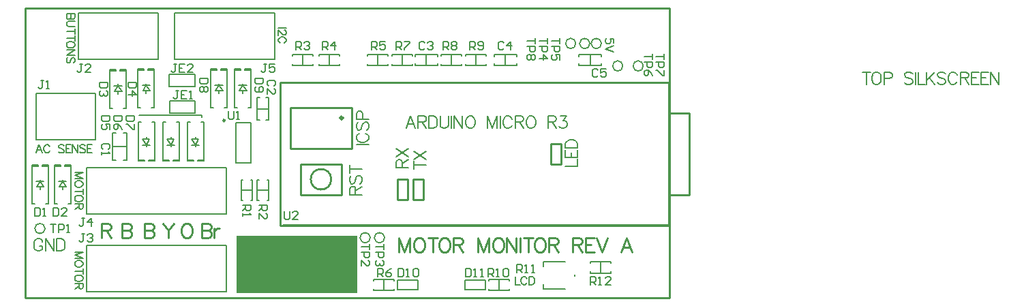
<source format=gto>
G04 Layer_Color=65535*
%FSLAX43Y43*%
%MOMM*%
G71*
G01*
G75*
%ADD23C,0.254*%
%ADD28C,0.178*%
%ADD36C,0.127*%
%ADD37C,0.250*%
%ADD38C,0.305*%
%ADD39C,0.200*%
%ADD40C,0.150*%
G36*
X111252Y49784D02*
X111252Y42628D01*
X96282Y42628D01*
X96282Y49784D01*
X111252Y49784D01*
D02*
G37*
D23*
X108060Y56785D02*
G03*
X108060Y56785I-1270J0D01*
G01*
X102980Y60595D02*
X110600D01*
Y65675D01*
X102980D02*
X110600D01*
X102980Y60595D02*
Y65675D01*
X104250Y54880D02*
X109330D01*
Y58690D01*
X104250D02*
X109330D01*
X104250Y54880D02*
Y58690D01*
X101710Y51070D02*
X149970D01*
Y68850D01*
X101710D02*
X149970D01*
X101710Y51070D02*
Y68850D01*
X149970Y54880D02*
X152510D01*
Y65040D01*
X149970D02*
X152510D01*
X116315Y54245D02*
Y56785D01*
Y54245D02*
X117585D01*
Y56785D01*
X116315D02*
X117585D01*
X118220D02*
X119490D01*
Y54245D02*
Y56785D01*
X118220Y54245D02*
X119490D01*
X118220D02*
Y56785D01*
X135365Y61230D02*
X136635D01*
Y58690D02*
Y61230D01*
X135365Y58690D02*
X136635D01*
X135365D02*
Y61230D01*
X70080Y42080D02*
X150080D01*
Y78080D01*
X70080D02*
X150080D01*
X70080Y42080D02*
Y78080D01*
X102080Y51080D02*
X150080D01*
Y69080D01*
X116459Y49530D02*
Y47752D01*
Y49530D02*
X117136Y47752D01*
X117813Y49530D02*
X117136Y47752D01*
X117813Y49530D02*
Y47752D01*
X118829Y49530D02*
X118660Y49445D01*
X118491Y49276D01*
X118406Y49106D01*
X118321Y48852D01*
Y48429D01*
X118406Y48175D01*
X118491Y48006D01*
X118660Y47837D01*
X118829Y47752D01*
X119168D01*
X119337Y47837D01*
X119506Y48006D01*
X119591Y48175D01*
X119676Y48429D01*
Y48852D01*
X119591Y49106D01*
X119506Y49276D01*
X119337Y49445D01*
X119168Y49530D01*
X118829D01*
X120683D02*
Y47752D01*
X120090Y49530D02*
X121275D01*
X121995D02*
X121826Y49445D01*
X121656Y49276D01*
X121572Y49106D01*
X121487Y48852D01*
Y48429D01*
X121572Y48175D01*
X121656Y48006D01*
X121826Y47837D01*
X121995Y47752D01*
X122334D01*
X122503Y47837D01*
X122672Y48006D01*
X122757Y48175D01*
X122841Y48429D01*
Y48852D01*
X122757Y49106D01*
X122672Y49276D01*
X122503Y49445D01*
X122334Y49530D01*
X121995D01*
X123256D02*
Y47752D01*
Y49530D02*
X124018D01*
X124272Y49445D01*
X124357Y49360D01*
X124441Y49191D01*
Y49022D01*
X124357Y48852D01*
X124272Y48768D01*
X124018Y48683D01*
X123256D01*
X123849D02*
X124441Y47752D01*
X126236Y49530D02*
Y47752D01*
Y49530D02*
X126913Y47752D01*
X127590Y49530D02*
X126913Y47752D01*
X127590Y49530D02*
Y47752D01*
X128606Y49530D02*
X128437Y49445D01*
X128267Y49276D01*
X128183Y49106D01*
X128098Y48852D01*
Y48429D01*
X128183Y48175D01*
X128267Y48006D01*
X128437Y47837D01*
X128606Y47752D01*
X128945D01*
X129114Y47837D01*
X129283Y48006D01*
X129368Y48175D01*
X129453Y48429D01*
Y48852D01*
X129368Y49106D01*
X129283Y49276D01*
X129114Y49445D01*
X128945Y49530D01*
X128606D01*
X129867D02*
Y47752D01*
Y49530D02*
X131052Y47752D01*
Y49530D02*
Y47752D01*
X131543Y49530D02*
Y47752D01*
X132508Y49530D02*
Y47752D01*
X131916Y49530D02*
X133101D01*
X133820D02*
X133651Y49445D01*
X133482Y49276D01*
X133397Y49106D01*
X133313Y48852D01*
Y48429D01*
X133397Y48175D01*
X133482Y48006D01*
X133651Y47837D01*
X133820Y47752D01*
X134159D01*
X134328Y47837D01*
X134498Y48006D01*
X134582Y48175D01*
X134667Y48429D01*
Y48852D01*
X134582Y49106D01*
X134498Y49276D01*
X134328Y49445D01*
X134159Y49530D01*
X133820D01*
X135082D02*
Y47752D01*
Y49530D02*
X135844D01*
X136097Y49445D01*
X136182Y49360D01*
X136267Y49191D01*
Y49022D01*
X136182Y48852D01*
X136097Y48768D01*
X135844Y48683D01*
X135082D01*
X135674D02*
X136267Y47752D01*
X138061Y49530D02*
Y47752D01*
Y49530D02*
X138823D01*
X139077Y49445D01*
X139162Y49360D01*
X139246Y49191D01*
Y49022D01*
X139162Y48852D01*
X139077Y48768D01*
X138823Y48683D01*
X138061D01*
X138654D02*
X139246Y47752D01*
X140745Y49530D02*
X139644D01*
Y47752D01*
X140745D01*
X139644Y48683D02*
X140321D01*
X141041Y49530D02*
X141718Y47752D01*
X142395Y49530D02*
X141718Y47752D01*
X145375D02*
X144698Y49530D01*
X144021Y47752D01*
X144275Y48345D02*
X145121D01*
X79502Y51308D02*
Y49530D01*
Y51308D02*
X80264D01*
X80518Y51223D01*
X80602Y51138D01*
X80687Y50969D01*
Y50800D01*
X80602Y50630D01*
X80518Y50546D01*
X80264Y50461D01*
X79502D01*
X80095D02*
X80687Y49530D01*
X82042Y51308D02*
Y49530D01*
Y51308D02*
X82804D01*
X83058Y51223D01*
X83142Y51138D01*
X83227Y50969D01*
Y50800D01*
X83142Y50630D01*
X83058Y50546D01*
X82804Y50461D01*
X82042D02*
X82804D01*
X83058Y50376D01*
X83142Y50292D01*
X83227Y50123D01*
Y49869D01*
X83142Y49699D01*
X83058Y49615D01*
X82804Y49530D01*
X82042D01*
X84836Y51308D02*
Y49530D01*
Y51308D02*
X85598D01*
X85852Y51223D01*
X85936Y51138D01*
X86021Y50969D01*
Y50800D01*
X85936Y50630D01*
X85852Y50546D01*
X85598Y50461D01*
X84836D02*
X85598D01*
X85852Y50376D01*
X85936Y50292D01*
X86021Y50123D01*
Y49869D01*
X85936Y49699D01*
X85852Y49615D01*
X85598Y49530D01*
X84836D01*
X87122Y51308D02*
X87799Y50461D01*
Y49530D01*
X88476Y51308D02*
X87799Y50461D01*
X89916Y51308D02*
X89747Y51223D01*
X89577Y51054D01*
X89493Y50884D01*
X89408Y50630D01*
Y50207D01*
X89493Y49953D01*
X89577Y49784D01*
X89747Y49615D01*
X89916Y49530D01*
X90254D01*
X90424Y49615D01*
X90593Y49784D01*
X90678Y49953D01*
X90762Y50207D01*
Y50630D01*
X90678Y50884D01*
X90593Y51054D01*
X90424Y51223D01*
X90254Y51308D01*
X89916D01*
X91948D02*
Y49530D01*
Y51308D02*
X92710D01*
X92964Y51223D01*
X93048Y51138D01*
X93133Y50969D01*
Y50800D01*
X93048Y50630D01*
X92964Y50546D01*
X92710Y50461D01*
X91948D02*
X92710D01*
X92964Y50376D01*
X93048Y50292D01*
X93133Y50123D01*
Y49869D01*
X93048Y49699D01*
X92964Y49615D01*
X92710Y49530D01*
X91948D01*
X93531Y50715D02*
Y49530D01*
Y50207D02*
X93616Y50461D01*
X93785Y50630D01*
X93954Y50715D01*
X94208D01*
D28*
X87960Y68326D02*
X91161D01*
X87960D02*
Y69850D01*
X91161D01*
Y68326D02*
Y69850D01*
X87976Y65024D02*
X91177D01*
X87976D02*
Y66548D01*
X91177D01*
Y65024D02*
Y66548D01*
X84201Y64770D02*
X91948D01*
Y64516D02*
Y64770D01*
X116138Y58233D02*
X117661D01*
X116138D02*
Y58886D01*
X116210Y59103D01*
X116283Y59176D01*
X116428Y59249D01*
X116573D01*
X116718Y59176D01*
X116791Y59103D01*
X116863Y58886D01*
Y58233D01*
Y58741D02*
X117661Y59249D01*
X116138Y59590D02*
X117661Y60605D01*
X116138D02*
X117661Y59590D01*
X95312Y65285D02*
Y64438D01*
X95481Y64269D01*
X95820D01*
X95989Y64438D01*
Y65285D01*
X96328Y64269D02*
X96666D01*
X96497D01*
Y65285D01*
X96328Y65115D01*
X131064Y45212D02*
Y46228D01*
X131572D01*
X131741Y46058D01*
Y45720D01*
X131572Y45551D01*
X131064D01*
X131403D02*
X131741Y45212D01*
X132080D02*
X132418D01*
X132249D01*
Y46228D01*
X132080Y46058D01*
X132926Y45212D02*
X133265D01*
X133095D01*
Y46228D01*
X132926Y46058D01*
X88815Y71120D02*
X88477D01*
X88646D01*
Y70273D01*
X88477Y70104D01*
X88307D01*
X88138Y70273D01*
X89831Y71120D02*
X89154D01*
Y70104D01*
X89831D01*
X89154Y70612D02*
X89492D01*
X90846Y70104D02*
X90169D01*
X90846Y70781D01*
Y70950D01*
X90677Y71120D01*
X90339D01*
X90169Y70950D01*
X99991Y71120D02*
X99653D01*
X99822D01*
Y70273D01*
X99653Y70104D01*
X99483D01*
X99314Y70273D01*
X101007Y71120D02*
X100330D01*
Y70612D01*
X100668Y70781D01*
X100838D01*
X101007Y70612D01*
Y70273D01*
X100838Y70104D01*
X100499D01*
X100330Y70273D01*
X72305Y69088D02*
X71967D01*
X72136D01*
Y68241D01*
X71967Y68072D01*
X71797D01*
X71628Y68241D01*
X72644Y68072D02*
X72982D01*
X72813D01*
Y69088D01*
X72644Y68918D01*
X77131Y71120D02*
X76793D01*
X76962D01*
Y70273D01*
X76793Y70104D01*
X76623D01*
X76454Y70273D01*
X78147Y70104D02*
X77470D01*
X78147Y70781D01*
Y70950D01*
X77978Y71120D01*
X77639D01*
X77470Y70950D01*
X77385Y50038D02*
X77047D01*
X77216D01*
Y49191D01*
X77047Y49022D01*
X76877D01*
X76708Y49191D01*
X77724Y49868D02*
X77893Y50038D01*
X78232D01*
X78401Y49868D01*
Y49699D01*
X78232Y49530D01*
X78062D01*
X78232D01*
X78401Y49361D01*
Y49191D01*
X78232Y49022D01*
X77893D01*
X77724Y49191D01*
X116332Y45720D02*
Y44704D01*
X116840D01*
X117009Y44873D01*
Y45550D01*
X116840Y45720D01*
X116332D01*
X117348Y44704D02*
X117686D01*
X117517D01*
Y45720D01*
X117348Y45550D01*
X118194D02*
X118363Y45720D01*
X118702D01*
X118871Y45550D01*
Y44873D01*
X118702Y44704D01*
X118363D01*
X118194Y44873D01*
Y45550D01*
X83820Y68834D02*
X82804D01*
Y68326D01*
X82973Y68157D01*
X83650D01*
X83820Y68326D01*
Y68834D01*
X82804Y67310D02*
X83820D01*
X83312Y67818D01*
Y67141D01*
X80348Y60537D02*
X80518Y60706D01*
Y61045D01*
X80348Y61214D01*
X79671D01*
X79502Y61045D01*
Y60706D01*
X79671Y60537D01*
X79502Y60198D02*
Y59860D01*
Y60029D01*
X80518D01*
X80348Y60198D01*
X141139Y70315D02*
X140970Y70485D01*
X140631D01*
X140462Y70315D01*
Y69638D01*
X140631Y69469D01*
X140970D01*
X141139Y69638D01*
X142155Y70485D02*
X141478D01*
Y69977D01*
X141816Y70146D01*
X141986D01*
X142155Y69977D01*
Y69638D01*
X141986Y69469D01*
X141647D01*
X141478Y69638D01*
X102235Y52832D02*
Y51985D01*
X102404Y51816D01*
X102743D01*
X102912Y51985D01*
Y52832D01*
X103928Y51816D02*
X103251D01*
X103928Y52493D01*
Y52662D01*
X103759Y52832D01*
X103420D01*
X103251Y52662D01*
X111186Y61070D02*
X112710D01*
X111549Y62478D02*
X111404Y62405D01*
X111259Y62260D01*
X111186Y62115D01*
Y61825D01*
X111259Y61679D01*
X111404Y61534D01*
X111549Y61462D01*
X111767Y61389D01*
X112130D01*
X112347Y61462D01*
X112492Y61534D01*
X112637Y61679D01*
X112710Y61825D01*
Y62115D01*
X112637Y62260D01*
X112492Y62405D01*
X112347Y62478D01*
X111404Y63921D02*
X111259Y63776D01*
X111186Y63559D01*
Y63268D01*
X111259Y63051D01*
X111404Y62906D01*
X111549D01*
X111694Y62978D01*
X111767Y63051D01*
X111839Y63196D01*
X111984Y63631D01*
X112057Y63776D01*
X112130Y63849D01*
X112275Y63921D01*
X112492D01*
X112637Y63776D01*
X112710Y63559D01*
Y63268D01*
X112637Y63051D01*
X112492Y62906D01*
X111984Y64262D02*
Y64915D01*
X111912Y65133D01*
X111839Y65206D01*
X111694Y65278D01*
X111477D01*
X111331Y65206D01*
X111259Y65133D01*
X111186Y64915D01*
Y64262D01*
X112710D01*
X110346Y54880D02*
X111870D01*
X110346D02*
Y55533D01*
X110419Y55751D01*
X110491Y55823D01*
X110637Y55896D01*
X110782D01*
X110927Y55823D01*
X110999Y55751D01*
X111072Y55533D01*
Y54880D01*
Y55388D02*
X111870Y55896D01*
X110564Y57253D02*
X110419Y57107D01*
X110346Y56890D01*
Y56600D01*
X110419Y56382D01*
X110564Y56237D01*
X110709D01*
X110854Y56309D01*
X110927Y56382D01*
X110999Y56527D01*
X111144Y56962D01*
X111217Y57107D01*
X111290Y57180D01*
X111435Y57253D01*
X111652D01*
X111797Y57107D01*
X111870Y56890D01*
Y56600D01*
X111797Y56382D01*
X111652Y56237D01*
X110346Y58101D02*
X111870D01*
X110346Y57594D02*
Y58609D01*
X118347Y58563D02*
X119871D01*
X118347Y58055D02*
Y59071D01*
Y59252D02*
X119871Y60268D01*
X118347D02*
X119871Y59252D01*
X137143Y58436D02*
X138667D01*
Y59307D01*
X137143Y60417D02*
Y59474D01*
X138667D01*
Y60417D01*
X137869Y59474D02*
Y60054D01*
X137143Y60671D02*
X138667D01*
X137143D02*
Y61179D01*
X137216Y61396D01*
X137361Y61541D01*
X137506Y61614D01*
X137724Y61687D01*
X138087D01*
X138304Y61614D01*
X138449Y61541D01*
X138594Y61396D01*
X138667Y61179D01*
Y60671D01*
X140208Y43688D02*
Y44704D01*
X140716D01*
X140885Y44534D01*
Y44196D01*
X140716Y44027D01*
X140208D01*
X140547D02*
X140885Y43688D01*
X141224D02*
X141562D01*
X141393D01*
Y44704D01*
X141224Y44534D01*
X142747Y43688D02*
X142070D01*
X142747Y44365D01*
Y44534D01*
X142578Y44704D01*
X142239D01*
X142070Y44534D01*
X133350Y74295D02*
Y73618D01*
Y73956D01*
X132334D01*
Y73279D02*
X133350D01*
Y72771D01*
X133180Y72602D01*
X132842D01*
X132673Y72771D01*
Y73279D01*
X133180Y72264D02*
X133350Y72094D01*
Y71756D01*
X133180Y71587D01*
X133011D01*
X132842Y71756D01*
X132673Y71587D01*
X132503D01*
X132334Y71756D01*
Y72094D01*
X132503Y72264D01*
X132673D01*
X132842Y72094D01*
X133011Y72264D01*
X133180D01*
X132842Y72094D02*
Y71756D01*
X77216Y47752D02*
X76200D01*
X77216D02*
X76200Y47365D01*
X77216Y46978D02*
X76200Y47365D01*
X77216Y46978D02*
X76200D01*
X77216Y46398D02*
X77167Y46494D01*
X77071Y46591D01*
X76974Y46639D01*
X76829Y46688D01*
X76587D01*
X76442Y46639D01*
X76345Y46591D01*
X76248Y46494D01*
X76200Y46398D01*
Y46204D01*
X76248Y46107D01*
X76345Y46011D01*
X76442Y45962D01*
X76587Y45914D01*
X76829D01*
X76974Y45962D01*
X77071Y46011D01*
X77167Y46107D01*
X77216Y46204D01*
Y46398D01*
Y45338D02*
X76200D01*
X77216Y45677D02*
Y45000D01*
Y44589D02*
X77167Y44685D01*
X77071Y44782D01*
X76974Y44830D01*
X76829Y44879D01*
X76587D01*
X76442Y44830D01*
X76345Y44782D01*
X76248Y44685D01*
X76200Y44589D01*
Y44395D01*
X76248Y44298D01*
X76345Y44202D01*
X76442Y44153D01*
X76587Y44105D01*
X76829D01*
X76974Y44153D01*
X77071Y44202D01*
X77167Y44298D01*
X77216Y44395D01*
Y44589D01*
Y43868D02*
X76200D01*
X77216D02*
Y43433D01*
X77167Y43287D01*
X77119Y43239D01*
X77022Y43191D01*
X76926D01*
X76829Y43239D01*
X76780Y43287D01*
X76732Y43433D01*
Y43868D01*
Y43529D02*
X76200Y43191D01*
X77216Y57658D02*
X76200D01*
X77216D02*
X76200Y57271D01*
X77216Y56884D02*
X76200Y57271D01*
X77216Y56884D02*
X76200D01*
X77216Y56304D02*
X77167Y56400D01*
X77071Y56497D01*
X76974Y56545D01*
X76829Y56594D01*
X76587D01*
X76442Y56545D01*
X76345Y56497D01*
X76248Y56400D01*
X76200Y56304D01*
Y56110D01*
X76248Y56013D01*
X76345Y55917D01*
X76442Y55868D01*
X76587Y55820D01*
X76829D01*
X76974Y55868D01*
X77071Y55917D01*
X77167Y56013D01*
X77216Y56110D01*
Y56304D01*
Y55244D02*
X76200D01*
X77216Y55583D02*
Y54906D01*
Y54495D02*
X77167Y54591D01*
X77071Y54688D01*
X76974Y54736D01*
X76829Y54785D01*
X76587D01*
X76442Y54736D01*
X76345Y54688D01*
X76248Y54591D01*
X76200Y54495D01*
Y54301D01*
X76248Y54204D01*
X76345Y54108D01*
X76442Y54059D01*
X76587Y54011D01*
X76829D01*
X76974Y54059D01*
X77071Y54108D01*
X77167Y54204D01*
X77216Y54301D01*
Y54495D01*
Y53774D02*
X76200D01*
X77216D02*
Y53339D01*
X77167Y53193D01*
X77119Y53145D01*
X77022Y53097D01*
X76926D01*
X76829Y53145D01*
X76780Y53193D01*
X76732Y53339D01*
Y53774D01*
Y53435D02*
X76200Y53097D01*
X72148Y60071D02*
X71761Y61087D01*
X71374Y60071D01*
X71519Y60410D02*
X72003D01*
X73110Y60845D02*
X73062Y60942D01*
X72965Y61038D01*
X72869Y61087D01*
X72675D01*
X72578Y61038D01*
X72482Y60942D01*
X72433Y60845D01*
X72385Y60700D01*
Y60458D01*
X72433Y60313D01*
X72482Y60216D01*
X72578Y60119D01*
X72675Y60071D01*
X72869D01*
X72965Y60119D01*
X73062Y60216D01*
X73110Y60313D01*
X74871Y60942D02*
X74774Y61038D01*
X74629Y61087D01*
X74436D01*
X74291Y61038D01*
X74194Y60942D01*
Y60845D01*
X74242Y60748D01*
X74291Y60700D01*
X74387Y60651D01*
X74678Y60555D01*
X74774Y60506D01*
X74823Y60458D01*
X74871Y60361D01*
Y60216D01*
X74774Y60119D01*
X74629Y60071D01*
X74436D01*
X74291Y60119D01*
X74194Y60216D01*
X75727Y61087D02*
X75099D01*
Y60071D01*
X75727D01*
X75099Y60603D02*
X75485D01*
X75897Y61087D02*
Y60071D01*
Y61087D02*
X76574Y60071D01*
Y61087D02*
Y60071D01*
X77532Y60942D02*
X77435Y61038D01*
X77290Y61087D01*
X77096D01*
X76951Y61038D01*
X76854Y60942D01*
Y60845D01*
X76903Y60748D01*
X76951Y60700D01*
X77048Y60651D01*
X77338Y60555D01*
X77435Y60506D01*
X77483Y60458D01*
X77532Y60361D01*
Y60216D01*
X77435Y60119D01*
X77290Y60071D01*
X77096D01*
X76951Y60119D01*
X76854Y60216D01*
X78388Y61087D02*
X77759D01*
Y60071D01*
X78388D01*
X77759Y60603D02*
X78146D01*
X102489Y75565D02*
X101473D01*
X102247Y75304D02*
X102295D01*
X102392Y75255D01*
X102440Y75207D01*
X102489Y75110D01*
Y74917D01*
X102440Y74820D01*
X102392Y74772D01*
X102295Y74723D01*
X102199D01*
X102102Y74772D01*
X101957Y74868D01*
X101473Y75352D01*
Y74675D01*
X102247Y73722D02*
X102344Y73770D01*
X102440Y73867D01*
X102489Y73964D01*
Y74157D01*
X102440Y74254D01*
X102344Y74351D01*
X102247Y74399D01*
X102102Y74448D01*
X101860D01*
X101715Y74399D01*
X101618Y74351D01*
X101521Y74254D01*
X101473Y74157D01*
Y73964D01*
X101521Y73867D01*
X101618Y73770D01*
X101715Y73722D01*
X76200Y77343D02*
X75184D01*
X76200D02*
Y76908D01*
X76151Y76763D01*
X76103Y76714D01*
X76006Y76666D01*
X75910D01*
X75813Y76714D01*
X75764Y76763D01*
X75716Y76908D01*
Y77343D02*
Y76908D01*
X75668Y76763D01*
X75619Y76714D01*
X75523Y76666D01*
X75377D01*
X75281Y76714D01*
X75232Y76763D01*
X75184Y76908D01*
Y77343D01*
X76200Y76438D02*
X75474D01*
X75329Y76390D01*
X75232Y76293D01*
X75184Y76148D01*
Y76052D01*
X75232Y75906D01*
X75329Y75810D01*
X75474Y75761D01*
X76200D01*
Y75142D02*
X75184D01*
X76200Y75481D02*
Y74804D01*
Y74344D02*
X75184D01*
X76200Y74683D02*
Y74005D01*
Y73594D02*
X76151Y73691D01*
X76055Y73788D01*
X75958Y73836D01*
X75813Y73885D01*
X75571D01*
X75426Y73836D01*
X75329Y73788D01*
X75232Y73691D01*
X75184Y73594D01*
Y73401D01*
X75232Y73304D01*
X75329Y73207D01*
X75426Y73159D01*
X75571Y73111D01*
X75813D01*
X75958Y73159D01*
X76055Y73207D01*
X76151Y73304D01*
X76200Y73401D01*
Y73594D01*
Y72874D02*
X75184D01*
X76200D02*
X75184Y72196D01*
X76200D02*
X75184D01*
X76055Y71239D02*
X76151Y71335D01*
X76200Y71480D01*
Y71674D01*
X76151Y71819D01*
X76055Y71916D01*
X75958D01*
X75861Y71867D01*
X75813Y71819D01*
X75764Y71722D01*
X75668Y71432D01*
X75619Y71335D01*
X75571Y71287D01*
X75474Y71239D01*
X75329D01*
X75232Y71335D01*
X75184Y71480D01*
Y71674D01*
X75232Y71819D01*
X75329Y71916D01*
X143129Y73715D02*
Y74198D01*
X142693Y74247D01*
X142742Y74198D01*
X142790Y74053D01*
Y73908D01*
X142742Y73763D01*
X142645Y73666D01*
X142500Y73618D01*
X142403D01*
X142258Y73666D01*
X142161Y73763D01*
X142113Y73908D01*
Y74053D01*
X142161Y74198D01*
X142210Y74247D01*
X142306Y74295D01*
X143129Y73390D02*
X142113Y73004D01*
X143129Y72617D02*
X142113Y73004D01*
X130937Y44704D02*
Y43688D01*
X131517D01*
X132354Y44462D02*
X132306Y44559D01*
X132209Y44655D01*
X132112Y44704D01*
X131919D01*
X131822Y44655D01*
X131725Y44559D01*
X131677Y44462D01*
X131629Y44317D01*
Y44075D01*
X131677Y43930D01*
X131725Y43833D01*
X131822Y43736D01*
X131919Y43688D01*
X132112D01*
X132209Y43736D01*
X132306Y43833D01*
X132354Y43930D01*
X132640Y44704D02*
Y43688D01*
Y44704D02*
X132978D01*
X133123Y44655D01*
X133220Y44559D01*
X133268Y44462D01*
X133317Y44317D01*
Y44075D01*
X133268Y43930D01*
X133220Y43833D01*
X133123Y43736D01*
X132978Y43688D01*
X132640D01*
X72208Y49040D02*
X72136Y49185D01*
X71991Y49330D01*
X71846Y49403D01*
X71555D01*
X71410Y49330D01*
X71265Y49185D01*
X71193Y49040D01*
X71120Y48822D01*
Y48459D01*
X71193Y48242D01*
X71265Y48097D01*
X71410Y47952D01*
X71555Y47879D01*
X71846D01*
X71991Y47952D01*
X72136Y48097D01*
X72208Y48242D01*
Y48459D01*
X71846D02*
X72208D01*
X72557Y49403D02*
Y47879D01*
Y49403D02*
X73572Y47879D01*
Y49403D02*
Y47879D01*
X73993Y49403D02*
Y47879D01*
Y49403D02*
X74501D01*
X74719Y49330D01*
X74864Y49185D01*
X74936Y49040D01*
X75009Y48822D01*
Y48459D01*
X74936Y48242D01*
X74864Y48097D01*
X74719Y47952D01*
X74501Y47879D01*
X73993D01*
X100922Y68411D02*
X101092Y68580D01*
Y68919D01*
X100922Y69088D01*
X100245D01*
X100076Y68919D01*
Y68580D01*
X100245Y68411D01*
X100076Y67395D02*
Y68072D01*
X100753Y67395D01*
X100922D01*
X101092Y67564D01*
Y67903D01*
X100922Y68072D01*
X129455Y73744D02*
X129286Y73914D01*
X128947D01*
X128778Y73744D01*
Y73067D01*
X128947Y72898D01*
X129286D01*
X129455Y73067D01*
X130302Y72898D02*
Y73914D01*
X129794Y73406D01*
X130471D01*
X119676Y73744D02*
X119507Y73914D01*
X119168D01*
X118999Y73744D01*
Y73067D01*
X119168Y72898D01*
X119507D01*
X119676Y73067D01*
X120015Y73744D02*
X120184Y73914D01*
X120523D01*
X120692Y73744D01*
Y73575D01*
X120523Y73406D01*
X120353D01*
X120523D01*
X120692Y73237D01*
Y73067D01*
X120523Y72898D01*
X120184D01*
X120015Y73067D01*
X124714Y45720D02*
Y44704D01*
X125222D01*
X125391Y44873D01*
Y45550D01*
X125222Y45720D01*
X124714D01*
X125730Y44704D02*
X126068D01*
X125899D01*
Y45720D01*
X125730Y45550D01*
X126576Y44704D02*
X126915D01*
X126745D01*
Y45720D01*
X126576Y45550D01*
X80264Y68834D02*
X79248D01*
Y68326D01*
X79417Y68157D01*
X80094D01*
X80264Y68326D01*
Y68834D01*
X80094Y67818D02*
X80264Y67649D01*
Y67310D01*
X80094Y67141D01*
X79925D01*
X79756Y67310D01*
Y67480D01*
Y67310D01*
X79587Y67141D01*
X79417D01*
X79248Y67310D01*
Y67649D01*
X79417Y67818D01*
X80518Y64643D02*
X79502D01*
Y64135D01*
X79671Y63966D01*
X80348D01*
X80518Y64135D01*
Y64643D01*
Y62950D02*
Y63627D01*
X80010D01*
X80179Y63289D01*
Y63119D01*
X80010Y62950D01*
X79671D01*
X79502Y63119D01*
Y63458D01*
X79671Y63627D01*
X82042Y64643D02*
X81026D01*
Y64135D01*
X81195Y63966D01*
X81872D01*
X82042Y64135D01*
Y64643D01*
Y62950D02*
X81872Y63289D01*
X81534Y63627D01*
X81195D01*
X81026Y63458D01*
Y63119D01*
X81195Y62950D01*
X81365D01*
X81534Y63119D01*
Y63627D01*
X83566Y64643D02*
X82550D01*
Y64135D01*
X82719Y63966D01*
X83396D01*
X83566Y64135D01*
Y64643D01*
Y63627D02*
Y62950D01*
X83396D01*
X82719Y63627D01*
X82550D01*
X73533Y53213D02*
Y52197D01*
X74041D01*
X74210Y52366D01*
Y53043D01*
X74041Y53213D01*
X73533D01*
X75226Y52197D02*
X74549D01*
X75226Y52874D01*
Y53043D01*
X75057Y53213D01*
X74718D01*
X74549Y53043D01*
X71247Y53213D02*
Y52197D01*
X71755D01*
X71924Y52366D01*
Y53043D01*
X71755Y53213D01*
X71247D01*
X72263Y52197D02*
X72601D01*
X72432D01*
Y53213D01*
X72263Y53043D01*
X99568Y69342D02*
X98552D01*
Y68834D01*
X98721Y68665D01*
X99398D01*
X99568Y68834D01*
Y69342D01*
X98721Y68326D02*
X98552Y68157D01*
Y67818D01*
X98721Y67649D01*
X99398D01*
X99568Y67818D01*
Y68157D01*
X99398Y68326D01*
X99229D01*
X99060Y68157D01*
Y67649D01*
X92710Y69342D02*
X91694D01*
Y68834D01*
X91863Y68665D01*
X92540D01*
X92710Y68834D01*
Y69342D01*
X92540Y68326D02*
X92710Y68157D01*
Y67818D01*
X92540Y67649D01*
X92371D01*
X92202Y67818D01*
X92033Y67649D01*
X91863D01*
X91694Y67818D01*
Y68157D01*
X91863Y68326D01*
X92033D01*
X92202Y68157D01*
X92371Y68326D01*
X92540D01*
X92202Y68157D02*
Y67818D01*
X77385Y51943D02*
X77047D01*
X77216D01*
Y51096D01*
X77047Y50927D01*
X76877D01*
X76708Y51096D01*
X78232Y50927D02*
Y51943D01*
X77724Y51435D01*
X78401D01*
X89069Y67818D02*
X88731D01*
X88900D01*
Y66971D01*
X88731Y66802D01*
X88561D01*
X88392Y66971D01*
X90085Y67818D02*
X89408D01*
Y66802D01*
X90085D01*
X89408Y67310D02*
X89746D01*
X90423Y66802D02*
X90762D01*
X90593D01*
Y67818D01*
X90423Y67648D01*
X103632Y72898D02*
Y73914D01*
X104140D01*
X104309Y73744D01*
Y73406D01*
X104140Y73237D01*
X103632D01*
X103971D02*
X104309Y72898D01*
X104648Y73744D02*
X104817Y73914D01*
X105156D01*
X105325Y73744D01*
Y73575D01*
X105156Y73406D01*
X104986D01*
X105156D01*
X105325Y73237D01*
Y73067D01*
X105156Y72898D01*
X104817D01*
X104648Y73067D01*
X97028Y53594D02*
X98044D01*
Y53086D01*
X97874Y52917D01*
X97536D01*
X97367Y53086D01*
Y53594D01*
Y53255D02*
X97028Y52917D01*
Y52578D02*
Y52240D01*
Y52409D01*
X98044D01*
X97874Y52578D01*
X99060Y53594D02*
X100076D01*
Y53086D01*
X99906Y52917D01*
X99568D01*
X99399Y53086D01*
Y53594D01*
Y53255D02*
X99060Y52917D01*
Y51901D02*
Y52578D01*
X99737Y51901D01*
X99906D01*
X100076Y52070D01*
Y52409D01*
X99906Y52578D01*
X113030Y72898D02*
Y73914D01*
X113538D01*
X113707Y73744D01*
Y73406D01*
X113538Y73237D01*
X113030D01*
X113369D02*
X113707Y72898D01*
X114723Y73914D02*
X114046D01*
Y73406D01*
X114384Y73575D01*
X114554D01*
X114723Y73406D01*
Y73067D01*
X114554Y72898D01*
X114215D01*
X114046Y73067D01*
X106934Y72898D02*
Y73914D01*
X107442D01*
X107611Y73744D01*
Y73406D01*
X107442Y73237D01*
X106934D01*
X107273D02*
X107611Y72898D01*
X108458D02*
Y73914D01*
X107950Y73406D01*
X108627D01*
X125222Y72898D02*
Y73914D01*
X125730D01*
X125899Y73744D01*
Y73406D01*
X125730Y73237D01*
X125222D01*
X125561D02*
X125899Y72898D01*
X126238Y73067D02*
X126407Y72898D01*
X126746D01*
X126915Y73067D01*
Y73744D01*
X126746Y73914D01*
X126407D01*
X126238Y73744D01*
Y73575D01*
X126407Y73406D01*
X126915D01*
X113792Y44704D02*
Y45720D01*
X114300D01*
X114469Y45550D01*
Y45212D01*
X114300Y45043D01*
X113792D01*
X114131D02*
X114469Y44704D01*
X115485Y45720D02*
X115146Y45550D01*
X114808Y45212D01*
Y44873D01*
X114977Y44704D01*
X115316D01*
X115485Y44873D01*
Y45043D01*
X115316Y45212D01*
X114808D01*
X127508Y44704D02*
Y45720D01*
X128016D01*
X128185Y45550D01*
Y45212D01*
X128016Y45043D01*
X127508D01*
X127847D02*
X128185Y44704D01*
X128524D02*
X128862D01*
X128693D01*
Y45720D01*
X128524Y45550D01*
X129370D02*
X129539Y45720D01*
X129878D01*
X130047Y45550D01*
Y44873D01*
X129878Y44704D01*
X129539D01*
X129370Y44873D01*
Y45550D01*
X116078Y72898D02*
Y73914D01*
X116586D01*
X116755Y73744D01*
Y73406D01*
X116586Y73237D01*
X116078D01*
X116417D02*
X116755Y72898D01*
X117094Y73914D02*
X117771D01*
Y73744D01*
X117094Y73067D01*
Y72898D01*
X121920D02*
Y73914D01*
X122428D01*
X122597Y73744D01*
Y73406D01*
X122428Y73237D01*
X121920D01*
X122259D02*
X122597Y72898D01*
X122936Y73744D02*
X123105Y73914D01*
X123444D01*
X123613Y73744D01*
Y73575D01*
X123444Y73406D01*
X123613Y73237D01*
Y73067D01*
X123444Y72898D01*
X123105D01*
X122936Y73067D01*
Y73237D01*
X123105Y73406D01*
X122936Y73575D01*
Y73744D01*
X123105Y73406D02*
X123444D01*
X149352Y72390D02*
Y71713D01*
Y72051D01*
X148336D01*
Y71374D02*
X149352D01*
Y70866D01*
X149182Y70697D01*
X148844D01*
X148675Y70866D01*
Y71374D01*
X149352Y70359D02*
Y69682D01*
X149182D01*
X148505Y70359D01*
X148336D01*
X136398Y74295D02*
Y73618D01*
Y73956D01*
X135382D01*
Y73279D02*
X136398D01*
Y72771D01*
X136228Y72602D01*
X135890D01*
X135721Y72771D01*
Y73279D01*
X136398Y71587D02*
Y72264D01*
X135890D01*
X136059Y71925D01*
Y71756D01*
X135890Y71587D01*
X135551D01*
X135382Y71756D01*
Y72094D01*
X135551Y72264D01*
X112776Y48768D02*
Y48091D01*
Y48429D01*
X111760D01*
Y47752D02*
X112776D01*
Y47244D01*
X112606Y47075D01*
X112268D01*
X112099Y47244D01*
Y47752D01*
X111760Y46060D02*
Y46737D01*
X112437Y46060D01*
X112606D01*
X112776Y46229D01*
Y46567D01*
X112606Y46737D01*
X114554Y48768D02*
Y48091D01*
Y48429D01*
X113538D01*
Y47752D02*
X114554D01*
Y47244D01*
X114384Y47075D01*
X114046D01*
X113877Y47244D01*
Y47752D01*
X114384Y46737D02*
X114554Y46567D01*
Y46229D01*
X114384Y46060D01*
X114215D01*
X114046Y46229D01*
Y46398D01*
Y46229D01*
X113877Y46060D01*
X113707D01*
X113538Y46229D01*
Y46567D01*
X113707Y46737D01*
X73152Y51181D02*
X73829D01*
X73491D01*
Y50165D01*
X74168D02*
Y51181D01*
X74676D01*
X74845Y51011D01*
Y50673D01*
X74676Y50504D01*
X74168D01*
X75183Y50165D02*
X75522D01*
X75353D01*
Y51181D01*
X75183Y51011D01*
X147955Y72390D02*
Y71713D01*
Y72051D01*
X146939D01*
Y71374D02*
X147955D01*
Y70866D01*
X147785Y70697D01*
X147447D01*
X147278Y70866D01*
Y71374D01*
X147955Y69682D02*
X147785Y70020D01*
X147447Y70359D01*
X147108D01*
X146939Y70189D01*
Y69851D01*
X147108Y69682D01*
X147278D01*
X147447Y69851D01*
Y70359D01*
X134874Y74295D02*
Y73618D01*
Y73956D01*
X133858D01*
Y73279D02*
X134874D01*
Y72771D01*
X134704Y72602D01*
X134366D01*
X134197Y72771D01*
Y73279D01*
X133858Y71756D02*
X134874D01*
X134366Y72264D01*
Y71587D01*
X118509Y63119D02*
X117928Y64643D01*
X117348Y63119D01*
X117566Y63627D02*
X118291D01*
X118864Y64643D02*
Y63119D01*
Y64643D02*
X119517D01*
X119735Y64570D01*
X119808Y64498D01*
X119880Y64352D01*
Y64207D01*
X119808Y64062D01*
X119735Y63990D01*
X119517Y63917D01*
X118864D01*
X119372D02*
X119880Y63119D01*
X120221Y64643D02*
Y63119D01*
Y64643D02*
X120729D01*
X120947Y64570D01*
X121092Y64425D01*
X121164Y64280D01*
X121237Y64062D01*
Y63699D01*
X121164Y63482D01*
X121092Y63337D01*
X120947Y63192D01*
X120729Y63119D01*
X120221D01*
X121578Y64643D02*
Y63554D01*
X121651Y63337D01*
X121796Y63192D01*
X122013Y63119D01*
X122158D01*
X122376Y63192D01*
X122521Y63337D01*
X122594Y63554D01*
Y64643D01*
X123015D02*
Y63119D01*
X123334Y64643D02*
Y63119D01*
Y64643D02*
X124350Y63119D01*
Y64643D02*
Y63119D01*
X125206Y64643D02*
X125061Y64570D01*
X124916Y64425D01*
X124843Y64280D01*
X124770Y64062D01*
Y63699D01*
X124843Y63482D01*
X124916Y63337D01*
X125061Y63192D01*
X125206Y63119D01*
X125496D01*
X125641Y63192D01*
X125786Y63337D01*
X125859Y63482D01*
X125931Y63699D01*
Y64062D01*
X125859Y64280D01*
X125786Y64425D01*
X125641Y64570D01*
X125496Y64643D01*
X125206D01*
X127484D02*
Y63119D01*
Y64643D02*
X128064Y63119D01*
X128645Y64643D02*
X128064Y63119D01*
X128645Y64643D02*
Y63119D01*
X129080Y64643D02*
Y63119D01*
X130488Y64280D02*
X130415Y64425D01*
X130270Y64570D01*
X130125Y64643D01*
X129835D01*
X129690Y64570D01*
X129545Y64425D01*
X129472Y64280D01*
X129400Y64062D01*
Y63699D01*
X129472Y63482D01*
X129545Y63337D01*
X129690Y63192D01*
X129835Y63119D01*
X130125D01*
X130270Y63192D01*
X130415Y63337D01*
X130488Y63482D01*
X130916Y64643D02*
Y63119D01*
Y64643D02*
X131569D01*
X131787Y64570D01*
X131859Y64498D01*
X131932Y64352D01*
Y64207D01*
X131859Y64062D01*
X131787Y63990D01*
X131569Y63917D01*
X130916D01*
X131424D02*
X131932Y63119D01*
X132708Y64643D02*
X132563Y64570D01*
X132418Y64425D01*
X132345Y64280D01*
X132273Y64062D01*
Y63699D01*
X132345Y63482D01*
X132418Y63337D01*
X132563Y63192D01*
X132708Y63119D01*
X132998D01*
X133143Y63192D01*
X133289Y63337D01*
X133361Y63482D01*
X133434Y63699D01*
Y64062D01*
X133361Y64280D01*
X133289Y64425D01*
X133143Y64570D01*
X132998Y64643D01*
X132708D01*
X134986D02*
Y63119D01*
Y64643D02*
X135639D01*
X135857Y64570D01*
X135930Y64498D01*
X136002Y64352D01*
Y64207D01*
X135930Y64062D01*
X135857Y63990D01*
X135639Y63917D01*
X134986D01*
X135494D02*
X136002Y63119D01*
X136488Y64643D02*
X137286D01*
X136851Y64062D01*
X137069D01*
X137214Y63990D01*
X137286Y63917D01*
X137359Y63699D01*
Y63554D01*
X137286Y63337D01*
X137141Y63192D01*
X136924Y63119D01*
X136706D01*
X136488Y63192D01*
X136416Y63264D01*
X136343Y63409D01*
X174498Y70104D02*
Y68580D01*
X173990Y70104D02*
X175006D01*
X175623D02*
X175477Y70031D01*
X175332Y69886D01*
X175260Y69741D01*
X175187Y69523D01*
Y69160D01*
X175260Y68943D01*
X175332Y68798D01*
X175477Y68653D01*
X175623Y68580D01*
X175913D01*
X176058Y68653D01*
X176203Y68798D01*
X176276Y68943D01*
X176348Y69160D01*
Y69523D01*
X176276Y69741D01*
X176203Y69886D01*
X176058Y70031D01*
X175913Y70104D01*
X175623D01*
X176704Y69306D02*
X177357D01*
X177574Y69378D01*
X177647Y69451D01*
X177719Y69596D01*
Y69813D01*
X177647Y69959D01*
X177574Y70031D01*
X177357Y70104D01*
X176704D01*
Y68580D01*
X180273Y69886D02*
X180128Y70031D01*
X179911Y70104D01*
X179620D01*
X179403Y70031D01*
X179258Y69886D01*
Y69741D01*
X179330Y69596D01*
X179403Y69523D01*
X179548Y69451D01*
X179983Y69306D01*
X180128Y69233D01*
X180201Y69160D01*
X180273Y69015D01*
Y68798D01*
X180128Y68653D01*
X179911Y68580D01*
X179620D01*
X179403Y68653D01*
X179258Y68798D01*
X180614Y70104D02*
Y68580D01*
X180934Y70104D02*
Y68580D01*
X181804D01*
X181971Y70104D02*
Y68580D01*
X182987Y70104D02*
X181971Y69088D01*
X182334Y69451D02*
X182987Y68580D01*
X184344Y69886D02*
X184199Y70031D01*
X183981Y70104D01*
X183691D01*
X183473Y70031D01*
X183328Y69886D01*
Y69741D01*
X183400Y69596D01*
X183473Y69523D01*
X183618Y69451D01*
X184053Y69306D01*
X184199Y69233D01*
X184271Y69160D01*
X184344Y69015D01*
Y68798D01*
X184199Y68653D01*
X183981Y68580D01*
X183691D01*
X183473Y68653D01*
X183328Y68798D01*
X185773Y69741D02*
X185701Y69886D01*
X185555Y70031D01*
X185410Y70104D01*
X185120D01*
X184975Y70031D01*
X184830Y69886D01*
X184757Y69741D01*
X184685Y69523D01*
Y69160D01*
X184757Y68943D01*
X184830Y68798D01*
X184975Y68653D01*
X185120Y68580D01*
X185410D01*
X185555Y68653D01*
X185701Y68798D01*
X185773Y68943D01*
X186201Y70104D02*
Y68580D01*
Y70104D02*
X186854D01*
X187072Y70031D01*
X187144Y69959D01*
X187217Y69813D01*
Y69668D01*
X187144Y69523D01*
X187072Y69451D01*
X186854Y69378D01*
X186201D01*
X186709D02*
X187217Y68580D01*
X188501Y70104D02*
X187558D01*
Y68580D01*
X188501D01*
X187558Y69378D02*
X188138D01*
X189698Y70104D02*
X188755D01*
Y68580D01*
X189698D01*
X188755Y69378D02*
X189336D01*
X189952Y70104D02*
Y68580D01*
Y70104D02*
X190968Y68580D01*
Y70104D02*
Y68580D01*
D36*
X140175Y73660D02*
G03*
X140175Y73660I-635J0D01*
G01*
X144272Y70866D02*
G03*
X144272Y70866I-635J0D01*
G01*
X72517Y50673D02*
G03*
X72517Y50673I-635J0D01*
G01*
X114681Y49530D02*
G03*
X114681Y49530I-635J0D01*
G01*
X112903D02*
G03*
X112903Y49530I-635J0D01*
G01*
X141605Y73660D02*
G03*
X141605Y73660I-635J0D01*
G01*
X146812Y70866D02*
G03*
X146812Y70866I-635J0D01*
G01*
X138430Y73660D02*
G03*
X138430Y73660I-635J0D01*
G01*
X116256Y44272D02*
X118821D01*
X116256Y43104D02*
X118821D01*
Y44272D01*
X116256Y43104D02*
Y44272D01*
X124638Y43104D02*
X127203D01*
X124638Y44272D02*
X127203D01*
X124638Y43104D02*
Y44272D01*
X127203Y43104D02*
Y44272D01*
D37*
X94867Y64096D02*
G03*
X94867Y64096I-125J0D01*
G01*
D38*
X109508Y64405D02*
G03*
X109508Y64405I-178J0D01*
G01*
D39*
X96242Y58841D02*
X98042D01*
X96242Y63841D02*
X98042D01*
Y58841D02*
Y63841D01*
X96242Y58841D02*
Y63841D01*
X134398Y43131D02*
Y43731D01*
Y43131D02*
X137098D01*
X134398Y45931D02*
Y46531D01*
X137098D01*
X138298Y44731D02*
Y44931D01*
X101030Y71705D02*
Y77455D01*
X88630D02*
X101030D01*
X88630Y71705D02*
Y77455D01*
Y71705D02*
X101030D01*
X71380Y61705D02*
X78780D01*
X71380D02*
Y67455D01*
X78780D01*
Y61705D02*
Y67455D01*
X86530Y71705D02*
Y77455D01*
X76630D02*
X86530D01*
X76630Y71705D02*
Y77455D01*
Y71705D02*
X86530D01*
X95040Y42837D02*
Y48587D01*
X77640D02*
X95040D01*
X77640Y42837D02*
Y48587D01*
Y42837D02*
X95040D01*
X84580Y68480D02*
X85580D01*
X84680Y67780D02*
X85080Y68480D01*
X85580Y67780D01*
X84680D02*
X85580D01*
X85080Y68480D02*
Y68680D01*
Y67480D02*
Y67780D01*
X81080Y68410D02*
X82080D01*
X81180Y67710D02*
X81580Y68410D01*
X82080Y67710D01*
X81180D02*
X82080D01*
X81580Y68410D02*
Y68610D01*
Y67410D02*
Y67710D01*
X84590Y61068D02*
X85590D01*
X85090D02*
X85490Y61768D01*
X84590D02*
X85090Y61068D01*
X84590Y61768D02*
X85490D01*
X85090Y60868D02*
Y61068D01*
Y61768D02*
Y62068D01*
X87638Y61068D02*
X88638D01*
X88138D02*
X88538Y61768D01*
X87638D02*
X88138Y61068D01*
X87638Y61768D02*
X88538D01*
X88138Y60868D02*
Y61068D01*
Y61768D02*
Y62068D01*
X90686Y61068D02*
X91686D01*
X91186D02*
X91586Y61768D01*
X90686D02*
X91186Y61068D01*
X90686Y61768D02*
X91586D01*
X91186Y60868D02*
Y61068D01*
Y61768D02*
Y62068D01*
X74176Y56534D02*
X75176D01*
X74276Y55834D02*
X74676Y56534D01*
X75176Y55834D01*
X74276D02*
X75176D01*
X74676Y56534D02*
Y56734D01*
Y55534D02*
Y55834D01*
X71382Y56534D02*
X72382D01*
X71482Y55834D02*
X71882Y56534D01*
X72382Y55834D01*
X71482D02*
X72382D01*
X71882Y56534D02*
Y56734D01*
Y55534D02*
Y55834D01*
X96580Y68480D02*
X97580D01*
X96680Y67780D02*
X97080Y68480D01*
X97580Y67780D01*
X96680D02*
X97580D01*
X97080Y68480D02*
Y68680D01*
Y67480D02*
Y67780D01*
X93580Y68480D02*
X94580D01*
X93680Y67780D02*
X94080Y68480D01*
X94580Y67780D01*
X93680D02*
X94580D01*
X94080Y68480D02*
Y68680D01*
Y67480D02*
Y67780D01*
X95040Y52489D02*
Y58239D01*
X77640D02*
X95040D01*
X77640Y52489D02*
Y58239D01*
Y52489D02*
X95040D01*
D40*
X84064Y70366D02*
X84826D01*
Y70493D01*
X84064D02*
X84826D01*
X84064Y70366D02*
Y70493D01*
X86096Y70366D02*
Y70493D01*
X85334D02*
X86096D01*
X85334Y70366D02*
Y70493D01*
Y70366D02*
X86096D01*
X84064Y65667D02*
Y70366D01*
X86096Y65667D02*
Y70366D01*
X84064Y65667D02*
X84405D01*
X85755D02*
X86096D01*
X80888Y60833D02*
X82688D01*
X82288Y59133D02*
X82688D01*
Y62533D01*
X82288D02*
X82688D01*
X80888D02*
X81288D01*
X80888Y59133D02*
Y62533D01*
Y59133D02*
X81288D01*
X138808Y70928D02*
Y71228D01*
Y70928D02*
X141608D01*
Y71228D01*
Y72028D02*
Y72328D01*
X138808D02*
X141608D01*
X138808Y72028D02*
Y72328D01*
X140208Y70928D02*
Y72328D01*
X141478Y45147D02*
Y46547D01*
X142748Y45147D02*
Y45339D01*
X140208Y45147D02*
X142748D01*
X140208D02*
Y45339D01*
Y46355D02*
Y46547D01*
X142748D01*
Y46355D02*
Y46547D01*
X98868Y66932D02*
X99168D01*
X98868Y64132D02*
Y66932D01*
Y64132D02*
X99168D01*
X99968D02*
X100268D01*
Y66932D01*
X99968D02*
X100268D01*
X98868Y65532D02*
X100268D01*
X131080Y72028D02*
Y72328D01*
X128280D02*
X131080D01*
X128280Y72028D02*
Y72328D01*
Y70928D02*
Y71228D01*
Y70928D02*
X131080D01*
Y71228D01*
X129680Y70928D02*
Y72328D01*
X121261Y72028D02*
Y72328D01*
X118461D02*
X121261D01*
X118461Y72028D02*
Y72328D01*
Y70928D02*
Y71228D01*
Y70928D02*
X121261D01*
Y71228D01*
X119861Y70928D02*
Y72328D01*
X80564Y70296D02*
X81326D01*
Y70423D01*
X80564D02*
X81326D01*
X80564Y70296D02*
Y70423D01*
X82596Y70296D02*
Y70423D01*
X81834D02*
X82596D01*
X81834Y70296D02*
Y70423D01*
Y70296D02*
X82596D01*
X80564Y65597D02*
Y70296D01*
X82596Y65597D02*
Y70296D01*
X80564Y65597D02*
X80905D01*
X82255D02*
X82596D01*
X85344Y59182D02*
X86106D01*
X85344Y59055D02*
Y59182D01*
Y59055D02*
X86106D01*
Y59182D01*
X84074Y59055D02*
Y59182D01*
Y59055D02*
X84836D01*
Y59182D01*
X84074D02*
X84836D01*
X86106D02*
Y63881D01*
X84074Y59182D02*
Y63881D01*
X85765D02*
X86106D01*
X84074D02*
X84415D01*
X88392Y59182D02*
X89154D01*
X88392Y59055D02*
Y59182D01*
Y59055D02*
X89154D01*
Y59182D01*
X87122Y59055D02*
Y59182D01*
Y59055D02*
X87884D01*
Y59182D01*
X87122D02*
X87884D01*
X89154D02*
Y63881D01*
X87122Y59182D02*
Y63881D01*
X88813D02*
X89154D01*
X87122D02*
X87463D01*
X91440Y59182D02*
X92202D01*
X91440Y59055D02*
Y59182D01*
Y59055D02*
X92202D01*
Y59182D01*
X90170Y59055D02*
Y59182D01*
Y59055D02*
X90932D01*
Y59182D01*
X90170D02*
X90932D01*
X92202D02*
Y63881D01*
X90170Y59182D02*
Y63881D01*
X91861D02*
X92202D01*
X90170D02*
X90511D01*
X73660Y58420D02*
X74422D01*
Y58547D01*
X73660D02*
X74422D01*
X73660Y58420D02*
Y58547D01*
X75692Y58420D02*
Y58547D01*
X74930D02*
X75692D01*
X74930Y58420D02*
Y58547D01*
Y58420D02*
X75692D01*
X73660Y53721D02*
Y58420D01*
X75692Y53721D02*
Y58420D01*
X73660Y53721D02*
X74001D01*
X75351D02*
X75692D01*
X70866Y58420D02*
X71628D01*
Y58547D01*
X70866D02*
X71628D01*
X70866Y58420D02*
Y58547D01*
X72898Y58420D02*
Y58547D01*
X72136D02*
X72898D01*
X72136Y58420D02*
Y58547D01*
Y58420D02*
X72898D01*
X70866Y53721D02*
Y58420D01*
X72898Y53721D02*
Y58420D01*
X70866Y53721D02*
X71207D01*
X72557D02*
X72898D01*
X96064Y70366D02*
X96826D01*
Y70493D01*
X96064D02*
X96826D01*
X96064Y70366D02*
Y70493D01*
X98096Y70366D02*
Y70493D01*
X97334D02*
X98096D01*
X97334Y70366D02*
Y70493D01*
Y70366D02*
X98096D01*
X96064Y65667D02*
Y70366D01*
X98096Y65667D02*
Y70366D01*
X96064Y65667D02*
X96405D01*
X97755D02*
X98096D01*
X93064Y70366D02*
X93826D01*
Y70493D01*
X93064D02*
X93826D01*
X93064Y70366D02*
Y70493D01*
X95096Y70366D02*
Y70493D01*
X94334D02*
X95096D01*
X94334Y70366D02*
Y70493D01*
Y70366D02*
X95096D01*
X93064Y65667D02*
Y70366D01*
X95096Y65667D02*
Y70366D01*
X93064Y65667D02*
X93405D01*
X94755D02*
X95096D01*
X103236Y70928D02*
Y71120D01*
Y70928D02*
X105776D01*
Y71120D01*
Y72136D02*
Y72328D01*
X103236D02*
X105776D01*
X103236Y72136D02*
Y72328D01*
X104506Y70928D02*
Y72328D01*
X98092Y54174D02*
X98284D01*
Y56714D01*
X98092D02*
X98284D01*
X96884D02*
X97076D01*
X96884Y54174D02*
Y56714D01*
Y54174D02*
X97076D01*
X96884Y55444D02*
X98284D01*
X100092Y54174D02*
X100284D01*
Y56714D01*
X100092D02*
X100284D01*
X98884D02*
X99076D01*
X98884Y54174D02*
Y56714D01*
Y54174D02*
X99076D01*
X98884Y55444D02*
X100284D01*
X112520Y70928D02*
Y71120D01*
Y70928D02*
X115060D01*
Y71120D01*
Y72136D02*
Y72328D01*
X112520D02*
X115060D01*
X112520Y72136D02*
Y72328D01*
X113790Y70928D02*
Y72328D01*
X106553Y70928D02*
Y71120D01*
Y70928D02*
X109093D01*
Y71120D01*
Y72136D02*
Y72328D01*
X106553D02*
X109093D01*
X106553Y72136D02*
Y72328D01*
X107823Y70928D02*
Y72328D01*
X124727Y70928D02*
Y71120D01*
Y70928D02*
X127267D01*
Y71120D01*
Y72136D02*
Y72328D01*
X124727D02*
X127267D01*
X124727Y72136D02*
Y72328D01*
X125997Y70928D02*
Y72328D01*
X113284Y42988D02*
Y43180D01*
Y42988D02*
X115824D01*
Y43180D01*
Y44196D02*
Y44388D01*
X113284D02*
X115824D01*
X113284Y44196D02*
Y44388D01*
X114554Y42988D02*
Y44388D01*
X130190Y44196D02*
Y44388D01*
X127650D02*
X130190D01*
X127650Y44196D02*
Y44388D01*
Y42988D02*
Y43180D01*
Y42988D02*
X130190D01*
Y43180D01*
X128920Y42988D02*
Y44388D01*
X118108Y72136D02*
Y72328D01*
X115568D02*
X118108D01*
X115568Y72136D02*
Y72328D01*
Y70928D02*
Y71120D01*
Y70928D02*
X118108D01*
Y71120D01*
X116838Y70928D02*
Y72328D01*
X124204Y72136D02*
Y72328D01*
X121664D02*
X124204D01*
X121664Y72136D02*
Y72328D01*
Y70928D02*
Y71120D01*
Y70928D02*
X124204D01*
Y71120D01*
X122934Y70928D02*
Y72328D01*
M02*

</source>
